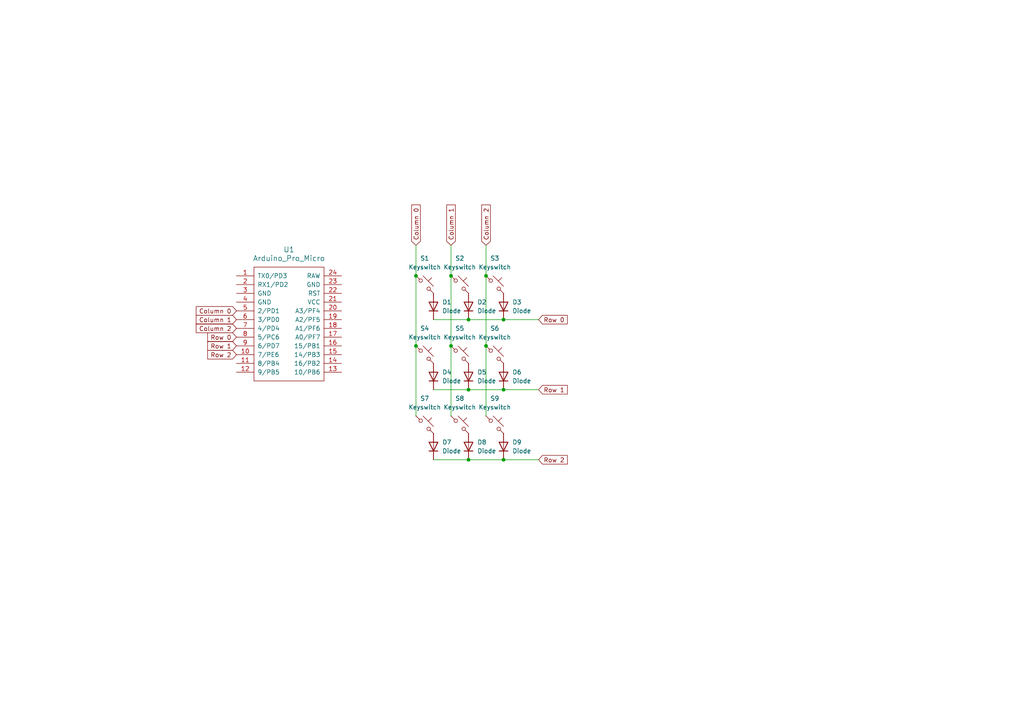
<source format=kicad_sch>
(kicad_sch (version 20230121) (generator eeschema)

  (uuid 578f18ff-aa2e-45e5-a111-943e437d3394)

  (paper "A4")

  (lib_symbols
    (symbol "ScottoKeebs:MCU_Arduino_Pro_Micro" (pin_names (offset 1.016)) (in_bom yes) (on_board yes)
      (property "Reference" "U" (at 0 0 0)
        (effects (font (size 1.524 1.524)))
      )
      (property "Value" "Arduino_Pro_Micro" (at 0 -19.05 0)
        (effects (font (size 1.524 1.524)))
      )
      (property "Footprint" "ScottoKeebs_MCU:Arduino_Pro_Micro" (at 0 -22.86 0)
        (effects (font (size 1.524 1.524)) hide)
      )
      (property "Datasheet" "" (at 26.67 -63.5 90)
        (effects (font (size 1.524 1.524)) hide)
      )
      (symbol "MCU_Arduino_Pro_Micro_0_1"
        (rectangle (start -10.16 16.51) (end 10.16 -16.51)
          (stroke (width 0) (type solid))
          (fill (type none))
        )
      )
      (symbol "MCU_Arduino_Pro_Micro_1_1"
        (pin input line (at -15.24 13.97 0) (length 5.08)
          (name "TX0/PD3" (effects (font (size 1.27 1.27))))
          (number "1" (effects (font (size 1.27 1.27))))
        )
        (pin input line (at -15.24 -8.89 0) (length 5.08)
          (name "7/PE6" (effects (font (size 1.27 1.27))))
          (number "10" (effects (font (size 1.27 1.27))))
        )
        (pin input line (at -15.24 -11.43 0) (length 5.08)
          (name "8/PB4" (effects (font (size 1.27 1.27))))
          (number "11" (effects (font (size 1.27 1.27))))
        )
        (pin input line (at -15.24 -13.97 0) (length 5.08)
          (name "9/PB5" (effects (font (size 1.27 1.27))))
          (number "12" (effects (font (size 1.27 1.27))))
        )
        (pin input line (at 15.24 -13.97 180) (length 5.08)
          (name "10/PB6" (effects (font (size 1.27 1.27))))
          (number "13" (effects (font (size 1.27 1.27))))
        )
        (pin input line (at 15.24 -11.43 180) (length 5.08)
          (name "16/PB2" (effects (font (size 1.27 1.27))))
          (number "14" (effects (font (size 1.27 1.27))))
        )
        (pin input line (at 15.24 -8.89 180) (length 5.08)
          (name "14/PB3" (effects (font (size 1.27 1.27))))
          (number "15" (effects (font (size 1.27 1.27))))
        )
        (pin input line (at 15.24 -6.35 180) (length 5.08)
          (name "15/PB1" (effects (font (size 1.27 1.27))))
          (number "16" (effects (font (size 1.27 1.27))))
        )
        (pin input line (at 15.24 -3.81 180) (length 5.08)
          (name "A0/PF7" (effects (font (size 1.27 1.27))))
          (number "17" (effects (font (size 1.27 1.27))))
        )
        (pin input line (at 15.24 -1.27 180) (length 5.08)
          (name "A1/PF6" (effects (font (size 1.27 1.27))))
          (number "18" (effects (font (size 1.27 1.27))))
        )
        (pin input line (at 15.24 1.27 180) (length 5.08)
          (name "A2/PF5" (effects (font (size 1.27 1.27))))
          (number "19" (effects (font (size 1.27 1.27))))
        )
        (pin input line (at -15.24 11.43 0) (length 5.08)
          (name "RX1/PD2" (effects (font (size 1.27 1.27))))
          (number "2" (effects (font (size 1.27 1.27))))
        )
        (pin input line (at 15.24 3.81 180) (length 5.08)
          (name "A3/PF4" (effects (font (size 1.27 1.27))))
          (number "20" (effects (font (size 1.27 1.27))))
        )
        (pin input line (at 15.24 6.35 180) (length 5.08)
          (name "VCC" (effects (font (size 1.27 1.27))))
          (number "21" (effects (font (size 1.27 1.27))))
        )
        (pin input line (at 15.24 8.89 180) (length 5.08)
          (name "RST" (effects (font (size 1.27 1.27))))
          (number "22" (effects (font (size 1.27 1.27))))
        )
        (pin input line (at 15.24 11.43 180) (length 5.08)
          (name "GND" (effects (font (size 1.27 1.27))))
          (number "23" (effects (font (size 1.27 1.27))))
        )
        (pin input line (at 15.24 13.97 180) (length 5.08)
          (name "RAW" (effects (font (size 1.27 1.27))))
          (number "24" (effects (font (size 1.27 1.27))))
        )
        (pin input line (at -15.24 8.89 0) (length 5.08)
          (name "GND" (effects (font (size 1.27 1.27))))
          (number "3" (effects (font (size 1.27 1.27))))
        )
        (pin input line (at -15.24 6.35 0) (length 5.08)
          (name "GND" (effects (font (size 1.27 1.27))))
          (number "4" (effects (font (size 1.27 1.27))))
        )
        (pin input line (at -15.24 3.81 0) (length 5.08)
          (name "2/PD1" (effects (font (size 1.27 1.27))))
          (number "5" (effects (font (size 1.27 1.27))))
        )
        (pin input line (at -15.24 1.27 0) (length 5.08)
          (name "3/PD0" (effects (font (size 1.27 1.27))))
          (number "6" (effects (font (size 1.27 1.27))))
        )
        (pin input line (at -15.24 -1.27 0) (length 5.08)
          (name "4/PD4" (effects (font (size 1.27 1.27))))
          (number "7" (effects (font (size 1.27 1.27))))
        )
        (pin input line (at -15.24 -3.81 0) (length 5.08)
          (name "5/PC6" (effects (font (size 1.27 1.27))))
          (number "8" (effects (font (size 1.27 1.27))))
        )
        (pin input line (at -15.24 -6.35 0) (length 5.08)
          (name "6/PD7" (effects (font (size 1.27 1.27))))
          (number "9" (effects (font (size 1.27 1.27))))
        )
      )
    )
    (symbol "ScottoKeebs:Placeholder_Diode" (pin_numbers hide) (pin_names hide) (in_bom yes) (on_board yes)
      (property "Reference" "D" (at 0 2.54 0)
        (effects (font (size 1.27 1.27)))
      )
      (property "Value" "Diode" (at 0 -2.54 0)
        (effects (font (size 1.27 1.27)))
      )
      (property "Footprint" "" (at 0 0 0)
        (effects (font (size 1.27 1.27)) hide)
      )
      (property "Datasheet" "" (at 0 0 0)
        (effects (font (size 1.27 1.27)) hide)
      )
      (property "Sim.Device" "D" (at 0 0 0)
        (effects (font (size 1.27 1.27)) hide)
      )
      (property "Sim.Pins" "1=K 2=A" (at 0 0 0)
        (effects (font (size 1.27 1.27)) hide)
      )
      (property "ki_keywords" "diode" (at 0 0 0)
        (effects (font (size 1.27 1.27)) hide)
      )
      (property "ki_description" "1N4148 (DO-35) or 1N4148W (SOD-123)" (at 0 0 0)
        (effects (font (size 1.27 1.27)) hide)
      )
      (property "ki_fp_filters" "D*DO?35*" (at 0 0 0)
        (effects (font (size 1.27 1.27)) hide)
      )
      (symbol "Placeholder_Diode_0_1"
        (polyline
          (pts
            (xy -1.27 1.27)
            (xy -1.27 -1.27)
          )
          (stroke (width 0.254) (type default))
          (fill (type none))
        )
        (polyline
          (pts
            (xy 1.27 0)
            (xy -1.27 0)
          )
          (stroke (width 0) (type default))
          (fill (type none))
        )
        (polyline
          (pts
            (xy 1.27 1.27)
            (xy 1.27 -1.27)
            (xy -1.27 0)
            (xy 1.27 1.27)
          )
          (stroke (width 0.254) (type default))
          (fill (type none))
        )
      )
      (symbol "Placeholder_Diode_1_1"
        (pin passive line (at -3.81 0 0) (length 2.54)
          (name "K" (effects (font (size 1.27 1.27))))
          (number "1" (effects (font (size 1.27 1.27))))
        )
        (pin passive line (at 3.81 0 180) (length 2.54)
          (name "A" (effects (font (size 1.27 1.27))))
          (number "2" (effects (font (size 1.27 1.27))))
        )
      )
    )
    (symbol "ScottoKeebs:Placeholder_Keyswitch" (pin_numbers hide) (pin_names (offset 1.016) hide) (in_bom yes) (on_board yes)
      (property "Reference" "S" (at 3.048 1.016 0)
        (effects (font (size 1.27 1.27)) (justify left))
      )
      (property "Value" "Keyswitch" (at 0 -3.81 0)
        (effects (font (size 1.27 1.27)))
      )
      (property "Footprint" "" (at 0 0 0)
        (effects (font (size 1.27 1.27)) hide)
      )
      (property "Datasheet" "~" (at 0 0 0)
        (effects (font (size 1.27 1.27)) hide)
      )
      (property "ki_keywords" "switch normally-open pushbutton push-button" (at 0 0 0)
        (effects (font (size 1.27 1.27)) hide)
      )
      (property "ki_description" "Push button switch, normally open, two pins, 45° tilted" (at 0 0 0)
        (effects (font (size 1.27 1.27)) hide)
      )
      (symbol "Placeholder_Keyswitch_0_1"
        (circle (center -1.1684 1.1684) (radius 0.508)
          (stroke (width 0) (type default))
          (fill (type none))
        )
        (polyline
          (pts
            (xy -0.508 2.54)
            (xy 2.54 -0.508)
          )
          (stroke (width 0) (type default))
          (fill (type none))
        )
        (polyline
          (pts
            (xy 1.016 1.016)
            (xy 2.032 2.032)
          )
          (stroke (width 0) (type default))
          (fill (type none))
        )
        (polyline
          (pts
            (xy -2.54 2.54)
            (xy -1.524 1.524)
            (xy -1.524 1.524)
          )
          (stroke (width 0) (type default))
          (fill (type none))
        )
        (polyline
          (pts
            (xy 1.524 -1.524)
            (xy 2.54 -2.54)
            (xy 2.54 -2.54)
            (xy 2.54 -2.54)
          )
          (stroke (width 0) (type default))
          (fill (type none))
        )
        (circle (center 1.143 -1.1938) (radius 0.508)
          (stroke (width 0) (type default))
          (fill (type none))
        )
        (pin passive line (at -2.54 2.54 0) (length 0)
          (name "1" (effects (font (size 1.27 1.27))))
          (number "1" (effects (font (size 1.27 1.27))))
        )
        (pin passive line (at 2.54 -2.54 180) (length 0)
          (name "2" (effects (font (size 1.27 1.27))))
          (number "2" (effects (font (size 1.27 1.27))))
        )
      )
    )
  )

  (junction (at 130.81 100.33) (diameter 0) (color 0 0 0 0)
    (uuid 0470f3b3-bdd6-40b7-9567-73ebe0a25920)
  )
  (junction (at 130.81 80.01) (diameter 0) (color 0 0 0 0)
    (uuid 0609c819-a36b-41b2-8198-3a8a6843643d)
  )
  (junction (at 120.65 80.01) (diameter 0) (color 0 0 0 0)
    (uuid 06ceb8ac-8179-4679-89c8-79edc6dd879b)
  )
  (junction (at 140.97 100.33) (diameter 0) (color 0 0 0 0)
    (uuid 129af26d-6fcd-4472-b64a-f560d87190c7)
  )
  (junction (at 135.89 113.03) (diameter 0) (color 0 0 0 0)
    (uuid 430bfe35-0bd1-48a6-8cb3-8160f5eb220b)
  )
  (junction (at 146.05 113.03) (diameter 0) (color 0 0 0 0)
    (uuid 5849bc70-0760-466f-90dd-9ff921106d63)
  )
  (junction (at 146.05 92.71) (diameter 0) (color 0 0 0 0)
    (uuid 6c740e64-75d4-48b4-a563-ee40fefe4f3d)
  )
  (junction (at 140.97 80.01) (diameter 0) (color 0 0 0 0)
    (uuid 98275898-910c-40e0-b3db-955d5160a857)
  )
  (junction (at 120.65 100.33) (diameter 0) (color 0 0 0 0)
    (uuid 9cf868d9-dc3b-4474-a8df-d72160beca17)
  )
  (junction (at 146.05 133.35) (diameter 0) (color 0 0 0 0)
    (uuid b0c8022e-248c-4a39-8366-e76f22e1073f)
  )
  (junction (at 135.89 133.35) (diameter 0) (color 0 0 0 0)
    (uuid b75e8e21-841f-4278-ad77-022523e7a8fb)
  )
  (junction (at 135.89 92.71) (diameter 0) (color 0 0 0 0)
    (uuid dadd0a5f-12e5-4c96-9366-d59ba8c20f2b)
  )

  (wire (pts (xy 156.21 92.71) (xy 146.05 92.71))
    (stroke (width 0) (type default))
    (uuid 0093a636-c224-472a-b18d-98ea4d8ab3b8)
  )
  (wire (pts (xy 120.65 80.01) (xy 120.65 100.33))
    (stroke (width 0) (type default))
    (uuid 0523376f-63d8-4e08-8fff-3b85bbf8be33)
  )
  (wire (pts (xy 140.97 71.12) (xy 140.97 80.01))
    (stroke (width 0) (type default))
    (uuid 1dff087a-5ee1-4ed2-bcd7-65b9122d3f5f)
  )
  (wire (pts (xy 120.65 71.12) (xy 120.65 80.01))
    (stroke (width 0) (type default))
    (uuid 20319869-d0bc-4618-9049-d19f17216d9d)
  )
  (wire (pts (xy 146.05 113.03) (xy 156.21 113.03))
    (stroke (width 0) (type default))
    (uuid 3b46fb51-cf98-4c51-b657-62840ac063de)
  )
  (wire (pts (xy 135.89 133.35) (xy 146.05 133.35))
    (stroke (width 0) (type default))
    (uuid 491f1e28-310e-4032-a90f-b9d7b20d067e)
  )
  (wire (pts (xy 140.97 80.01) (xy 140.97 100.33))
    (stroke (width 0) (type default))
    (uuid 583ead5f-7fd1-432f-aee3-e7c5b585fdf1)
  )
  (wire (pts (xy 130.81 80.01) (xy 130.81 100.33))
    (stroke (width 0) (type default))
    (uuid 64c2a8b8-3590-475c-91d2-17f44ac696ed)
  )
  (wire (pts (xy 125.73 113.03) (xy 135.89 113.03))
    (stroke (width 0) (type default))
    (uuid 65b58dab-b4e8-4a43-9a28-6e66e274fe8c)
  )
  (wire (pts (xy 125.73 133.35) (xy 135.89 133.35))
    (stroke (width 0) (type default))
    (uuid 6aa91c63-5f7e-4e2d-9fa2-279294d9bfa4)
  )
  (wire (pts (xy 120.65 100.33) (xy 120.65 120.65))
    (stroke (width 0) (type default))
    (uuid 7a942b70-3dd8-45dd-bb6a-15a35fc614c7)
  )
  (wire (pts (xy 125.73 92.71) (xy 135.89 92.71))
    (stroke (width 0) (type default))
    (uuid 804858b2-7fa2-474b-aa6f-c35d4d0a0187)
  )
  (wire (pts (xy 146.05 133.35) (xy 156.21 133.35))
    (stroke (width 0) (type default))
    (uuid 9a30b550-bde2-4bff-902f-4313a59efa98)
  )
  (wire (pts (xy 130.81 71.12) (xy 130.81 80.01))
    (stroke (width 0) (type default))
    (uuid af80dd8a-2135-42b2-ac5e-670ad5b9dac5)
  )
  (wire (pts (xy 135.89 113.03) (xy 146.05 113.03))
    (stroke (width 0) (type default))
    (uuid c4af76ed-d31a-480f-82c7-3c554eac4d14)
  )
  (wire (pts (xy 140.97 100.33) (xy 140.97 120.65))
    (stroke (width 0) (type default))
    (uuid d14824e6-8bfa-4258-9baa-be287063e498)
  )
  (wire (pts (xy 130.81 100.33) (xy 130.81 120.65))
    (stroke (width 0) (type default))
    (uuid fa7e0a70-f730-4dce-bdcb-7ae427d83b8c)
  )
  (wire (pts (xy 135.89 92.71) (xy 146.05 92.71))
    (stroke (width 0) (type default))
    (uuid ff3f2f2a-29fc-4e1c-b8ca-c3e3a7141123)
  )

  (global_label "Column 0" (shape input) (at 120.65 71.12 90) (fields_autoplaced)
    (effects (font (size 1.27 1.27)) (justify left))
    (uuid 22dd6b25-0113-4437-bfb4-afafe48028c9)
    (property "Intersheetrefs" "${INTERSHEET_REFS}" (at 120.65 58.8822 90)
      (effects (font (size 1.27 1.27)) (justify left) hide)
    )
  )
  (global_label "Column 0" (shape input) (at 68.58 90.17 180) (fields_autoplaced)
    (effects (font (size 1.27 1.27)) (justify right))
    (uuid 47fb88e1-7b49-4f78-a454-c3a686e75d34)
    (property "Intersheetrefs" "${INTERSHEET_REFS}" (at 56.3422 90.17 0)
      (effects (font (size 1.27 1.27)) (justify right) hide)
    )
  )
  (global_label "Row 1" (shape input) (at 68.58 100.33 180) (fields_autoplaced)
    (effects (font (size 1.27 1.27)) (justify right))
    (uuid 498a2e57-a765-4752-aaa5-06e60bba7cbf)
    (property "Intersheetrefs" "${INTERSHEET_REFS}" (at 59.6682 100.33 0)
      (effects (font (size 1.27 1.27)) (justify right) hide)
    )
  )
  (global_label "Column 2" (shape input) (at 68.58 95.25 180) (fields_autoplaced)
    (effects (font (size 1.27 1.27)) (justify right))
    (uuid 7b737f39-afa6-4caf-84b8-34d2414d1824)
    (property "Intersheetrefs" "${INTERSHEET_REFS}" (at 56.3422 95.25 0)
      (effects (font (size 1.27 1.27)) (justify right) hide)
    )
  )
  (global_label "Column 1" (shape input) (at 130.81 71.12 90) (fields_autoplaced)
    (effects (font (size 1.27 1.27)) (justify left))
    (uuid 7df2a38a-4241-4814-bb56-f7d3c6c0557b)
    (property "Intersheetrefs" "${INTERSHEET_REFS}" (at 130.81 58.8822 90)
      (effects (font (size 1.27 1.27)) (justify left) hide)
    )
  )
  (global_label "Row 2" (shape input) (at 68.58 102.87 180) (fields_autoplaced)
    (effects (font (size 1.27 1.27)) (justify right))
    (uuid 7eb70fa1-8d07-4192-b1da-355e51a14d44)
    (property "Intersheetrefs" "${INTERSHEET_REFS}" (at 59.6682 102.87 0)
      (effects (font (size 1.27 1.27)) (justify right) hide)
    )
  )
  (global_label "Row 1" (shape input) (at 156.21 113.03 0) (fields_autoplaced)
    (effects (font (size 1.27 1.27)) (justify left))
    (uuid 88020b77-64e0-49cb-ae81-e0e96c8ee3fd)
    (property "Intersheetrefs" "${INTERSHEET_REFS}" (at 165.1218 113.03 0)
      (effects (font (size 1.27 1.27)) (justify left) hide)
    )
  )
  (global_label "Column 2" (shape input) (at 140.97 71.12 90) (fields_autoplaced)
    (effects (font (size 1.27 1.27)) (justify left))
    (uuid a5a0a181-c802-4037-b4cf-00eca257fa2b)
    (property "Intersheetrefs" "${INTERSHEET_REFS}" (at 140.97 58.8822 90)
      (effects (font (size 1.27 1.27)) (justify left) hide)
    )
  )
  (global_label "Row 0" (shape input) (at 156.21 92.71 0) (fields_autoplaced)
    (effects (font (size 1.27 1.27)) (justify left))
    (uuid ab82b92e-e339-4b43-850d-d2b91b55db6a)
    (property "Intersheetrefs" "${INTERSHEET_REFS}" (at 165.1218 92.71 0)
      (effects (font (size 1.27 1.27)) (justify left) hide)
    )
  )
  (global_label "Row 0" (shape input) (at 68.58 97.79 180) (fields_autoplaced)
    (effects (font (size 1.27 1.27)) (justify right))
    (uuid cbcc5087-8274-4e64-ab69-8d4bf9069044)
    (property "Intersheetrefs" "${INTERSHEET_REFS}" (at 59.6682 97.79 0)
      (effects (font (size 1.27 1.27)) (justify right) hide)
    )
  )
  (global_label "Row 2" (shape input) (at 156.21 133.35 0) (fields_autoplaced)
    (effects (font (size 1.27 1.27)) (justify left))
    (uuid de63364e-847c-4720-9192-3227cd4a94cd)
    (property "Intersheetrefs" "${INTERSHEET_REFS}" (at 165.1218 133.35 0)
      (effects (font (size 1.27 1.27)) (justify left) hide)
    )
  )
  (global_label "Column 1" (shape input) (at 68.58 92.71 180) (fields_autoplaced)
    (effects (font (size 1.27 1.27)) (justify right))
    (uuid eedfb15d-0904-45fd-950a-4e620ae7e74d)
    (property "Intersheetrefs" "${INTERSHEET_REFS}" (at 56.3422 92.71 0)
      (effects (font (size 1.27 1.27)) (justify right) hide)
    )
  )

  (symbol (lib_id "ScottoKeebs:Placeholder_Keyswitch") (at 123.19 82.55 0) (unit 1)
    (in_bom yes) (on_board yes) (dnp no) (fields_autoplaced)
    (uuid 00fe8e86-01c6-4ce4-9bd1-b1854e4b8b75)
    (property "Reference" "S1" (at 123.19 74.93 0)
      (effects (font (size 1.27 1.27)))
    )
    (property "Value" "Keyswitch" (at 123.19 77.47 0)
      (effects (font (size 1.27 1.27)))
    )
    (property "Footprint" "ScottoKeebs_MX:MX_PCB_1.00u" (at 123.19 82.55 0)
      (effects (font (size 1.27 1.27)) hide)
    )
    (property "Datasheet" "~" (at 123.19 82.55 0)
      (effects (font (size 1.27 1.27)) hide)
    )
    (pin "1" (uuid 4d963f9c-dd22-4926-8598-6de2bc0028fe))
    (pin "2" (uuid 339ebfef-31dd-4ea8-bf03-d515d5900318))
    (instances
      (project "first_keyboard_project"
        (path "/578f18ff-aa2e-45e5-a111-943e437d3394"
          (reference "S1") (unit 1)
        )
      )
    )
  )

  (symbol (lib_id "ScottoKeebs:Placeholder_Keyswitch") (at 143.51 82.55 0) (unit 1)
    (in_bom yes) (on_board yes) (dnp no) (fields_autoplaced)
    (uuid 06c04ef0-5f1f-4318-9eb0-536b936cc02f)
    (property "Reference" "S3" (at 143.51 74.93 0)
      (effects (font (size 1.27 1.27)))
    )
    (property "Value" "Keyswitch" (at 143.51 77.47 0)
      (effects (font (size 1.27 1.27)))
    )
    (property "Footprint" "ScottoKeebs_MX:MX_PCB_1.00u" (at 143.51 82.55 0)
      (effects (font (size 1.27 1.27)) hide)
    )
    (property "Datasheet" "~" (at 143.51 82.55 0)
      (effects (font (size 1.27 1.27)) hide)
    )
    (pin "1" (uuid be3d2d22-7246-4a11-973b-24e1b72ae603))
    (pin "2" (uuid 33dc280a-5fe5-49f5-bbab-fd5de19ad2e2))
    (instances
      (project "first_keyboard_project"
        (path "/578f18ff-aa2e-45e5-a111-943e437d3394"
          (reference "S3") (unit 1)
        )
      )
    )
  )

  (symbol (lib_id "ScottoKeebs:Placeholder_Keyswitch") (at 123.19 123.19 0) (unit 1)
    (in_bom yes) (on_board yes) (dnp no) (fields_autoplaced)
    (uuid 11bbe604-301d-4527-8e63-c771dca7b303)
    (property "Reference" "S7" (at 123.19 115.57 0)
      (effects (font (size 1.27 1.27)))
    )
    (property "Value" "Keyswitch" (at 123.19 118.11 0)
      (effects (font (size 1.27 1.27)))
    )
    (property "Footprint" "ScottoKeebs_MX:MX_PCB_1.00u" (at 123.19 123.19 0)
      (effects (font (size 1.27 1.27)) hide)
    )
    (property "Datasheet" "~" (at 123.19 123.19 0)
      (effects (font (size 1.27 1.27)) hide)
    )
    (pin "1" (uuid b50f8f92-e0e2-47c9-a6e7-a9faf5221845))
    (pin "2" (uuid 751d55a3-b5d4-4f66-8242-88e592bcccbb))
    (instances
      (project "first_keyboard_project"
        (path "/578f18ff-aa2e-45e5-a111-943e437d3394"
          (reference "S7") (unit 1)
        )
      )
    )
  )

  (symbol (lib_id "ScottoKeebs:Placeholder_Diode") (at 146.05 88.9 90) (unit 1)
    (in_bom yes) (on_board yes) (dnp no) (fields_autoplaced)
    (uuid 21f65a89-3a77-400a-ab5a-13c3cfb339e5)
    (property "Reference" "D3" (at 148.59 87.63 90)
      (effects (font (size 1.27 1.27)) (justify right))
    )
    (property "Value" "Diode" (at 148.59 90.17 90)
      (effects (font (size 1.27 1.27)) (justify right))
    )
    (property "Footprint" "ScottoKeebs_Components:Diode_DO-35" (at 146.05 88.9 0)
      (effects (font (size 1.27 1.27)) hide)
    )
    (property "Datasheet" "" (at 146.05 88.9 0)
      (effects (font (size 1.27 1.27)) hide)
    )
    (property "Sim.Device" "D" (at 146.05 88.9 0)
      (effects (font (size 1.27 1.27)) hide)
    )
    (property "Sim.Pins" "1=K 2=A" (at 146.05 88.9 0)
      (effects (font (size 1.27 1.27)) hide)
    )
    (pin "2" (uuid 81faee62-8720-4bd0-8463-08f4bd7c1540))
    (pin "1" (uuid 6725bac8-bf1e-466c-9d00-32db60680585))
    (instances
      (project "first_keyboard_project"
        (path "/578f18ff-aa2e-45e5-a111-943e437d3394"
          (reference "D3") (unit 1)
        )
      )
    )
  )

  (symbol (lib_id "ScottoKeebs:Placeholder_Keyswitch") (at 143.51 123.19 0) (unit 1)
    (in_bom yes) (on_board yes) (dnp no) (fields_autoplaced)
    (uuid 2edd615f-34ef-462d-98a8-e09e4abac210)
    (property "Reference" "S9" (at 143.51 115.57 0)
      (effects (font (size 1.27 1.27)))
    )
    (property "Value" "Keyswitch" (at 143.51 118.11 0)
      (effects (font (size 1.27 1.27)))
    )
    (property "Footprint" "ScottoKeebs_MX:MX_PCB_1.00u" (at 143.51 123.19 0)
      (effects (font (size 1.27 1.27)) hide)
    )
    (property "Datasheet" "~" (at 143.51 123.19 0)
      (effects (font (size 1.27 1.27)) hide)
    )
    (pin "1" (uuid afe9f96c-3fb6-48ec-8353-ba00bf3c78ef))
    (pin "2" (uuid 29e44510-8275-4b2a-bfb6-8d6b11ec4aff))
    (instances
      (project "first_keyboard_project"
        (path "/578f18ff-aa2e-45e5-a111-943e437d3394"
          (reference "S9") (unit 1)
        )
      )
    )
  )

  (symbol (lib_id "ScottoKeebs:Placeholder_Diode") (at 125.73 109.22 90) (unit 1)
    (in_bom yes) (on_board yes) (dnp no) (fields_autoplaced)
    (uuid 4a539776-d983-41a8-b71a-405d5c61a663)
    (property "Reference" "D4" (at 128.27 107.95 90)
      (effects (font (size 1.27 1.27)) (justify right))
    )
    (property "Value" "Diode" (at 128.27 110.49 90)
      (effects (font (size 1.27 1.27)) (justify right))
    )
    (property "Footprint" "ScottoKeebs_Components:Diode_DO-35" (at 125.73 109.22 0)
      (effects (font (size 1.27 1.27)) hide)
    )
    (property "Datasheet" "" (at 125.73 109.22 0)
      (effects (font (size 1.27 1.27)) hide)
    )
    (property "Sim.Device" "D" (at 125.73 109.22 0)
      (effects (font (size 1.27 1.27)) hide)
    )
    (property "Sim.Pins" "1=K 2=A" (at 125.73 109.22 0)
      (effects (font (size 1.27 1.27)) hide)
    )
    (pin "2" (uuid 03d89620-cc10-4f77-82ef-0bf70b0443dd))
    (pin "1" (uuid 9e3d0f38-f78a-4d8a-81b1-7ff8d0f78787))
    (instances
      (project "first_keyboard_project"
        (path "/578f18ff-aa2e-45e5-a111-943e437d3394"
          (reference "D4") (unit 1)
        )
      )
    )
  )

  (symbol (lib_id "ScottoKeebs:Placeholder_Keyswitch") (at 133.35 123.19 0) (unit 1)
    (in_bom yes) (on_board yes) (dnp no) (fields_autoplaced)
    (uuid 4b8da295-2f0a-4b6f-93de-aeb34b2ba9a8)
    (property "Reference" "S8" (at 133.35 115.57 0)
      (effects (font (size 1.27 1.27)))
    )
    (property "Value" "Keyswitch" (at 133.35 118.11 0)
      (effects (font (size 1.27 1.27)))
    )
    (property "Footprint" "ScottoKeebs_MX:MX_PCB_1.00u" (at 133.35 123.19 0)
      (effects (font (size 1.27 1.27)) hide)
    )
    (property "Datasheet" "~" (at 133.35 123.19 0)
      (effects (font (size 1.27 1.27)) hide)
    )
    (pin "1" (uuid 3e19311c-9cea-4f50-8044-f436d8a5d356))
    (pin "2" (uuid 39024c8c-01e8-4677-869e-5edec420bc78))
    (instances
      (project "first_keyboard_project"
        (path "/578f18ff-aa2e-45e5-a111-943e437d3394"
          (reference "S8") (unit 1)
        )
      )
    )
  )

  (symbol (lib_id "ScottoKeebs:Placeholder_Diode") (at 146.05 109.22 90) (unit 1)
    (in_bom yes) (on_board yes) (dnp no) (fields_autoplaced)
    (uuid 4c6338a8-3d43-4602-8119-a37140704471)
    (property "Reference" "D6" (at 148.59 107.95 90)
      (effects (font (size 1.27 1.27)) (justify right))
    )
    (property "Value" "Diode" (at 148.59 110.49 90)
      (effects (font (size 1.27 1.27)) (justify right))
    )
    (property "Footprint" "ScottoKeebs_Components:Diode_DO-35" (at 146.05 109.22 0)
      (effects (font (size 1.27 1.27)) hide)
    )
    (property "Datasheet" "" (at 146.05 109.22 0)
      (effects (font (size 1.27 1.27)) hide)
    )
    (property "Sim.Device" "D" (at 146.05 109.22 0)
      (effects (font (size 1.27 1.27)) hide)
    )
    (property "Sim.Pins" "1=K 2=A" (at 146.05 109.22 0)
      (effects (font (size 1.27 1.27)) hide)
    )
    (pin "2" (uuid 10ca33e4-badd-4399-9676-5951b8256e35))
    (pin "1" (uuid 7530ff6d-d89c-4c9a-b248-3bd76f19c81b))
    (instances
      (project "first_keyboard_project"
        (path "/578f18ff-aa2e-45e5-a111-943e437d3394"
          (reference "D6") (unit 1)
        )
      )
    )
  )

  (symbol (lib_id "ScottoKeebs:Placeholder_Diode") (at 135.89 88.9 90) (unit 1)
    (in_bom yes) (on_board yes) (dnp no) (fields_autoplaced)
    (uuid 532cc59e-de98-484b-af64-9c70473e058c)
    (property "Reference" "D2" (at 138.43 87.63 90)
      (effects (font (size 1.27 1.27)) (justify right))
    )
    (property "Value" "Diode" (at 138.43 90.17 90)
      (effects (font (size 1.27 1.27)) (justify right))
    )
    (property "Footprint" "ScottoKeebs_Components:Diode_DO-35" (at 135.89 88.9 0)
      (effects (font (size 1.27 1.27)) hide)
    )
    (property "Datasheet" "" (at 135.89 88.9 0)
      (effects (font (size 1.27 1.27)) hide)
    )
    (property "Sim.Device" "D" (at 135.89 88.9 0)
      (effects (font (size 1.27 1.27)) hide)
    )
    (property "Sim.Pins" "1=K 2=A" (at 135.89 88.9 0)
      (effects (font (size 1.27 1.27)) hide)
    )
    (pin "2" (uuid 002de7f8-e4a6-415c-9d7a-f2f60c547ffb))
    (pin "1" (uuid 6101ea64-ee5d-4f55-8395-0df599a0e44b))
    (instances
      (project "first_keyboard_project"
        (path "/578f18ff-aa2e-45e5-a111-943e437d3394"
          (reference "D2") (unit 1)
        )
      )
    )
  )

  (symbol (lib_id "ScottoKeebs:Placeholder_Keyswitch") (at 133.35 82.55 0) (unit 1)
    (in_bom yes) (on_board yes) (dnp no) (fields_autoplaced)
    (uuid 57b68d61-5c8b-4418-a154-f24ab0aa62d8)
    (property "Reference" "S2" (at 133.35 74.93 0)
      (effects (font (size 1.27 1.27)))
    )
    (property "Value" "Keyswitch" (at 133.35 77.47 0)
      (effects (font (size 1.27 1.27)))
    )
    (property "Footprint" "ScottoKeebs_MX:MX_PCB_1.00u" (at 133.35 82.55 0)
      (effects (font (size 1.27 1.27)) hide)
    )
    (property "Datasheet" "~" (at 133.35 82.55 0)
      (effects (font (size 1.27 1.27)) hide)
    )
    (pin "1" (uuid ccdd5c46-023d-41c3-ae2f-1ea4301531fc))
    (pin "2" (uuid 2dc7dc0a-f151-41c3-965b-012706f3e889))
    (instances
      (project "first_keyboard_project"
        (path "/578f18ff-aa2e-45e5-a111-943e437d3394"
          (reference "S2") (unit 1)
        )
      )
    )
  )

  (symbol (lib_id "ScottoKeebs:Placeholder_Keyswitch") (at 123.19 102.87 0) (unit 1)
    (in_bom yes) (on_board yes) (dnp no) (fields_autoplaced)
    (uuid 7b347284-5963-4b5b-b497-2328f1ffd879)
    (property "Reference" "S4" (at 123.19 95.25 0)
      (effects (font (size 1.27 1.27)))
    )
    (property "Value" "Keyswitch" (at 123.19 97.79 0)
      (effects (font (size 1.27 1.27)))
    )
    (property "Footprint" "ScottoKeebs_MX:MX_PCB_1.00u" (at 123.19 102.87 0)
      (effects (font (size 1.27 1.27)) hide)
    )
    (property "Datasheet" "~" (at 123.19 102.87 0)
      (effects (font (size 1.27 1.27)) hide)
    )
    (pin "1" (uuid 040d2705-d943-44dc-ad7e-b2570719ef21))
    (pin "2" (uuid 83025d56-9a00-4d06-848a-375a87a9045a))
    (instances
      (project "first_keyboard_project"
        (path "/578f18ff-aa2e-45e5-a111-943e437d3394"
          (reference "S4") (unit 1)
        )
      )
    )
  )

  (symbol (lib_id "ScottoKeebs:Placeholder_Diode") (at 135.89 129.54 90) (unit 1)
    (in_bom yes) (on_board yes) (dnp no) (fields_autoplaced)
    (uuid 9224b692-c71c-4391-a901-bba972e09c0d)
    (property "Reference" "D8" (at 138.43 128.27 90)
      (effects (font (size 1.27 1.27)) (justify right))
    )
    (property "Value" "Diode" (at 138.43 130.81 90)
      (effects (font (size 1.27 1.27)) (justify right))
    )
    (property "Footprint" "ScottoKeebs_Components:Diode_DO-35" (at 135.89 129.54 0)
      (effects (font (size 1.27 1.27)) hide)
    )
    (property "Datasheet" "" (at 135.89 129.54 0)
      (effects (font (size 1.27 1.27)) hide)
    )
    (property "Sim.Device" "D" (at 135.89 129.54 0)
      (effects (font (size 1.27 1.27)) hide)
    )
    (property "Sim.Pins" "1=K 2=A" (at 135.89 129.54 0)
      (effects (font (size 1.27 1.27)) hide)
    )
    (pin "2" (uuid 2d6d738b-3021-4b56-bb98-19a5ee1f2376))
    (pin "1" (uuid e0fa24e1-92dc-401f-9f68-e5757cf49246))
    (instances
      (project "first_keyboard_project"
        (path "/578f18ff-aa2e-45e5-a111-943e437d3394"
          (reference "D8") (unit 1)
        )
      )
    )
  )

  (symbol (lib_id "ScottoKeebs:Placeholder_Diode") (at 125.73 88.9 90) (unit 1)
    (in_bom yes) (on_board yes) (dnp no) (fields_autoplaced)
    (uuid 9bddb320-9906-47bb-b052-f6de6abea08c)
    (property "Reference" "D1" (at 128.27 87.63 90)
      (effects (font (size 1.27 1.27)) (justify right))
    )
    (property "Value" "Diode" (at 128.27 90.17 90)
      (effects (font (size 1.27 1.27)) (justify right))
    )
    (property "Footprint" "ScottoKeebs_Components:Diode_DO-35" (at 125.73 88.9 0)
      (effects (font (size 1.27 1.27)) hide)
    )
    (property "Datasheet" "" (at 125.73 88.9 0)
      (effects (font (size 1.27 1.27)) hide)
    )
    (property "Sim.Device" "D" (at 125.73 88.9 0)
      (effects (font (size 1.27 1.27)) hide)
    )
    (property "Sim.Pins" "1=K 2=A" (at 125.73 88.9 0)
      (effects (font (size 1.27 1.27)) hide)
    )
    (pin "2" (uuid dc3a24ae-b355-49f8-bbe3-c7eca3049420))
    (pin "1" (uuid ebcaf324-089c-4aef-964d-407712fddf83))
    (instances
      (project "first_keyboard_project"
        (path "/578f18ff-aa2e-45e5-a111-943e437d3394"
          (reference "D1") (unit 1)
        )
      )
    )
  )

  (symbol (lib_id "ScottoKeebs:Placeholder_Keyswitch") (at 143.51 102.87 0) (unit 1)
    (in_bom yes) (on_board yes) (dnp no) (fields_autoplaced)
    (uuid 9cd64f79-8c3e-4fcc-8720-43821cdad066)
    (property "Reference" "S6" (at 143.51 95.25 0)
      (effects (font (size 1.27 1.27)))
    )
    (property "Value" "Keyswitch" (at 143.51 97.79 0)
      (effects (font (size 1.27 1.27)))
    )
    (property "Footprint" "ScottoKeebs_MX:MX_PCB_1.00u" (at 143.51 102.87 0)
      (effects (font (size 1.27 1.27)) hide)
    )
    (property "Datasheet" "~" (at 143.51 102.87 0)
      (effects (font (size 1.27 1.27)) hide)
    )
    (pin "1" (uuid b9fa43d3-3a09-41a5-8994-70604db8e30f))
    (pin "2" (uuid 6333302a-73ae-451a-905a-d33c4724b579))
    (instances
      (project "first_keyboard_project"
        (path "/578f18ff-aa2e-45e5-a111-943e437d3394"
          (reference "S6") (unit 1)
        )
      )
    )
  )

  (symbol (lib_id "ScottoKeebs:Placeholder_Diode") (at 135.89 109.22 90) (unit 1)
    (in_bom yes) (on_board yes) (dnp no) (fields_autoplaced)
    (uuid ca372c9a-8eab-4c2a-a76d-2018e70c4f95)
    (property "Reference" "D5" (at 138.43 107.95 90)
      (effects (font (size 1.27 1.27)) (justify right))
    )
    (property "Value" "Diode" (at 138.43 110.49 90)
      (effects (font (size 1.27 1.27)) (justify right))
    )
    (property "Footprint" "ScottoKeebs_Components:Diode_DO-35" (at 135.89 109.22 0)
      (effects (font (size 1.27 1.27)) hide)
    )
    (property "Datasheet" "" (at 135.89 109.22 0)
      (effects (font (size 1.27 1.27)) hide)
    )
    (property "Sim.Device" "D" (at 135.89 109.22 0)
      (effects (font (size 1.27 1.27)) hide)
    )
    (property "Sim.Pins" "1=K 2=A" (at 135.89 109.22 0)
      (effects (font (size 1.27 1.27)) hide)
    )
    (pin "2" (uuid 3ee3934d-900f-456a-9644-e0141ec3e25b))
    (pin "1" (uuid e612aab5-2de4-4426-bcd6-082132bd6e16))
    (instances
      (project "first_keyboard_project"
        (path "/578f18ff-aa2e-45e5-a111-943e437d3394"
          (reference "D5") (unit 1)
        )
      )
    )
  )

  (symbol (lib_id "ScottoKeebs:MCU_Arduino_Pro_Micro") (at 83.82 93.98 0) (unit 1)
    (in_bom yes) (on_board yes) (dnp no) (fields_autoplaced)
    (uuid cf91084b-3d45-4499-aa00-c8455ca1800e)
    (property "Reference" "U1" (at 83.82 72.39 0)
      (effects (font (size 1.524 1.524)))
    )
    (property "Value" "Arduino_Pro_Micro" (at 83.82 74.93 0)
      (effects (font (size 1.524 1.524)))
    )
    (property "Footprint" "ScottoKeebs_MCU:Arduino_Pro_Micro" (at 83.82 116.84 0)
      (effects (font (size 1.524 1.524)) hide)
    )
    (property "Datasheet" "" (at 110.49 157.48 90)
      (effects (font (size 1.524 1.524)) hide)
    )
    (pin "23" (uuid 4e5e4c29-0e43-4ef8-b1eb-8969eb31e737))
    (pin "10" (uuid 673e29bd-8e12-4c66-b3f4-52e5988093fd))
    (pin "12" (uuid fdf03ace-b97c-493c-808e-23a39c86b135))
    (pin "13" (uuid 8e20b01d-ccd5-4137-88f9-baf0db2060e7))
    (pin "1" (uuid af2516c7-f536-4f2b-b1a5-769990063325))
    (pin "15" (uuid 5fe382af-a103-4204-ba39-e14542f3e10b))
    (pin "16" (uuid 82fa1389-6105-4400-8ead-6d60ad971677))
    (pin "14" (uuid 1a154ff7-013c-479e-b392-2aecc622797b))
    (pin "11" (uuid 42bc9a2c-89f0-45e1-af0e-5121a1a897a7))
    (pin "17" (uuid 5d5378c2-c6d6-42ec-9b15-516faea46055))
    (pin "19" (uuid 50ecbe30-6318-4e79-aedf-23f739baf3e6))
    (pin "20" (uuid d70ac976-3c81-49f1-b7ca-4fb99233c3e8))
    (pin "18" (uuid a64ce601-3ecb-4731-b390-11ded9befec4))
    (pin "21" (uuid 5d99c253-9fd3-4acb-aae7-462aa4f445b5))
    (pin "2" (uuid 8a260228-2cb5-408c-9ad2-454ba6737b24))
    (pin "22" (uuid 413b7eca-0a3d-4f7d-ab64-229af53934f5))
    (pin "4" (uuid f24b8e5e-cf33-43e5-95e5-e53d232121a0))
    (pin "8" (uuid cb8d7e54-b135-4599-923e-684d38bfefcb))
    (pin "7" (uuid 035294e5-b069-4c99-94c1-aa212128c2ea))
    (pin "24" (uuid 9d166b3a-0830-4ee5-850c-8e346e2671c6))
    (pin "9" (uuid c79d391b-72dd-4f3c-811a-cf310d9b84c1))
    (pin "6" (uuid 9ae3c7de-32f5-44c0-bfc5-10eca0dad38a))
    (pin "3" (uuid 503632c5-51cd-48cf-ac7a-39511fcc984b))
    (pin "5" (uuid 431473a2-f3a6-4d89-943e-f4a25121f19a))
    (instances
      (project "first_keyboard_project"
        (path "/578f18ff-aa2e-45e5-a111-943e437d3394"
          (reference "U1") (unit 1)
        )
      )
    )
  )

  (symbol (lib_id "ScottoKeebs:Placeholder_Keyswitch") (at 133.35 102.87 0) (unit 1)
    (in_bom yes) (on_board yes) (dnp no) (fields_autoplaced)
    (uuid db18deba-20a5-464d-bf3e-9d7476775b95)
    (property "Reference" "S5" (at 133.35 95.25 0)
      (effects (font (size 1.27 1.27)))
    )
    (property "Value" "Keyswitch" (at 133.35 97.79 0)
      (effects (font (size 1.27 1.27)))
    )
    (property "Footprint" "ScottoKeebs_MX:MX_PCB_1.00u" (at 133.35 102.87 0)
      (effects (font (size 1.27 1.27)) hide)
    )
    (property "Datasheet" "~" (at 133.35 102.87 0)
      (effects (font (size 1.27 1.27)) hide)
    )
    (pin "1" (uuid f7a41855-554f-4cb4-aa64-6b6a6c382314))
    (pin "2" (uuid 60207604-7428-4b74-9d5c-8c49a0cff9b3))
    (instances
      (project "first_keyboard_project"
        (path "/578f18ff-aa2e-45e5-a111-943e437d3394"
          (reference "S5") (unit 1)
        )
      )
    )
  )

  (symbol (lib_id "ScottoKeebs:Placeholder_Diode") (at 125.73 129.54 90) (unit 1)
    (in_bom yes) (on_board yes) (dnp no) (fields_autoplaced)
    (uuid e560f7fc-6d8c-4589-ad05-cf4d7d9f52a5)
    (property "Reference" "D7" (at 128.27 128.27 90)
      (effects (font (size 1.27 1.27)) (justify right))
    )
    (property "Value" "Diode" (at 128.27 130.81 90)
      (effects (font (size 1.27 1.27)) (justify right))
    )
    (property "Footprint" "ScottoKeebs_Components:Diode_DO-35" (at 125.73 129.54 0)
      (effects (font (size 1.27 1.27)) hide)
    )
    (property "Datasheet" "" (at 125.73 129.54 0)
      (effects (font (size 1.27 1.27)) hide)
    )
    (property "Sim.Device" "D" (at 125.73 129.54 0)
      (effects (font (size 1.27 1.27)) hide)
    )
    (property "Sim.Pins" "1=K 2=A" (at 125.73 129.54 0)
      (effects (font (size 1.27 1.27)) hide)
    )
    (pin "2" (uuid 8381d0d4-ac5f-4296-81a6-d3c8a362698d))
    (pin "1" (uuid 53c70df3-eb30-4f52-8e1b-169813662725))
    (instances
      (project "first_keyboard_project"
        (path "/578f18ff-aa2e-45e5-a111-943e437d3394"
          (reference "D7") (unit 1)
        )
      )
    )
  )

  (symbol (lib_id "ScottoKeebs:Placeholder_Diode") (at 146.05 129.54 90) (unit 1)
    (in_bom yes) (on_board yes) (dnp no) (fields_autoplaced)
    (uuid f4ec402c-60af-4b81-81dd-5353747d2fd8)
    (property "Reference" "D9" (at 148.59 128.27 90)
      (effects (font (size 1.27 1.27)) (justify right))
    )
    (property "Value" "Diode" (at 148.59 130.81 90)
      (effects (font (size 1.27 1.27)) (justify right))
    )
    (property "Footprint" "ScottoKeebs_Components:Diode_DO-35" (at 146.05 129.54 0)
      (effects (font (size 1.27 1.27)) hide)
    )
    (property "Datasheet" "" (at 146.05 129.54 0)
      (effects (font (size 1.27 1.27)) hide)
    )
    (property "Sim.Device" "D" (at 146.05 129.54 0)
      (effects (font (size 1.27 1.27)) hide)
    )
    (property "Sim.Pins" "1=K 2=A" (at 146.05 129.54 0)
      (effects (font (size 1.27 1.27)) hide)
    )
    (pin "2" (uuid 6ddf9b8c-45ce-4ff0-b8e7-df4759d3acab))
    (pin "1" (uuid 89ef2fe6-0217-468e-bd0b-1b5aa92adc8b))
    (instances
      (project "first_keyboard_project"
        (path "/578f18ff-aa2e-45e5-a111-943e437d3394"
          (reference "D9") (unit 1)
        )
      )
    )
  )

  (sheet_instances
    (path "/" (page "1"))
  )
)

</source>
